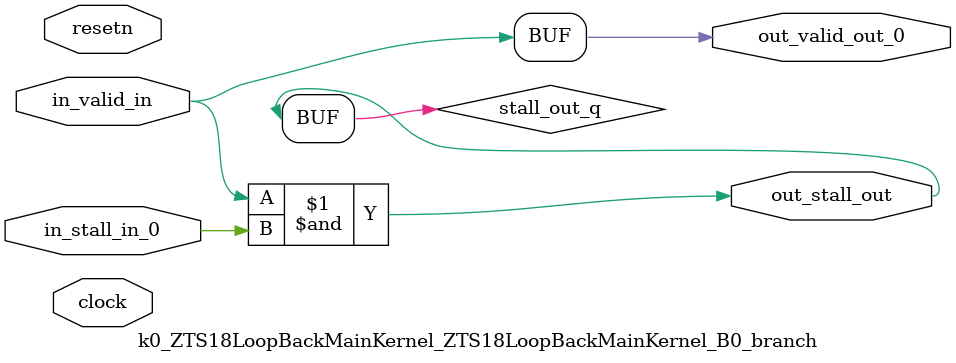
<source format=sv>



(* altera_attribute = "-name AUTO_SHIFT_REGISTER_RECOGNITION OFF; -name MESSAGE_DISABLE 10036; -name MESSAGE_DISABLE 10037; -name MESSAGE_DISABLE 14130; -name MESSAGE_DISABLE 14320; -name MESSAGE_DISABLE 15400; -name MESSAGE_DISABLE 14130; -name MESSAGE_DISABLE 10036; -name MESSAGE_DISABLE 12020; -name MESSAGE_DISABLE 12030; -name MESSAGE_DISABLE 12010; -name MESSAGE_DISABLE 12110; -name MESSAGE_DISABLE 14320; -name MESSAGE_DISABLE 13410; -name MESSAGE_DISABLE 113007; -name MESSAGE_DISABLE 10958" *)
module k0_ZTS18LoopBackMainKernel_ZTS18LoopBackMainKernel_B0_branch (
    input wire [0:0] in_stall_in_0,
    input wire [0:0] in_valid_in,
    output wire [0:0] out_stall_out,
    output wire [0:0] out_valid_out_0,
    input wire clock,
    input wire resetn
    );

    wire [0:0] stall_out_q;


    // stall_out(LOGICAL,6)
    assign stall_out_q = in_valid_in & in_stall_in_0;

    // out_stall_out(GPOUT,4)
    assign out_stall_out = stall_out_q;

    // out_valid_out_0(GPOUT,5)
    assign out_valid_out_0 = in_valid_in;

endmodule

</source>
